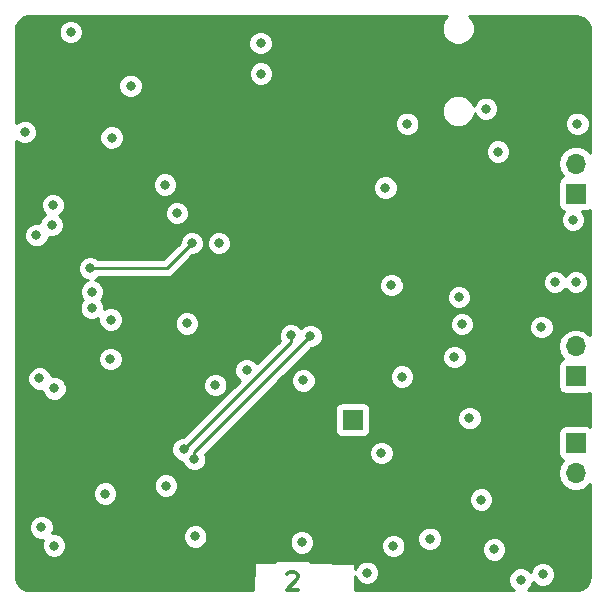
<source format=gbr>
G04 #@! TF.GenerationSoftware,KiCad,Pcbnew,(5.0.0)*
G04 #@! TF.CreationDate,2019-01-07T23:24:32-05:00*
G04 #@! TF.ProjectId,Audio_Breakout,417564696F5F427265616B6F75742E6B,rev?*
G04 #@! TF.SameCoordinates,Original*
G04 #@! TF.FileFunction,Copper,L2,Inr,Signal*
G04 #@! TF.FilePolarity,Positive*
%FSLAX46Y46*%
G04 Gerber Fmt 4.6, Leading zero omitted, Abs format (unit mm)*
G04 Created by KiCad (PCBNEW (5.0.0)) date 01/07/19 23:24:32*
%MOMM*%
%LPD*%
G01*
G04 APERTURE LIST*
G04 #@! TA.AperFunction,NonConductor*
%ADD10C,0.300000*%
G04 #@! TD*
G04 #@! TA.AperFunction,ViaPad*
%ADD11O,1.700000X1.700000*%
G04 #@! TD*
G04 #@! TA.AperFunction,ViaPad*
%ADD12R,1.700000X1.700000*%
G04 #@! TD*
G04 #@! TA.AperFunction,ViaPad*
%ADD13C,0.800000*%
G04 #@! TD*
G04 #@! TA.AperFunction,Conductor*
%ADD14C,0.250000*%
G04 #@! TD*
G04 #@! TA.AperFunction,Conductor*
%ADD15C,0.254000*%
G04 #@! TD*
G04 APERTURE END LIST*
D10*
X123658048Y-147868248D02*
X123729477Y-147796820D01*
X123872334Y-147725391D01*
X124229477Y-147725391D01*
X124372334Y-147796820D01*
X124443762Y-147868248D01*
X124515191Y-148011105D01*
X124515191Y-148153962D01*
X124443762Y-148368248D01*
X123586620Y-149225391D01*
X124515191Y-149225391D01*
D11*
G04 #@! TO.N,AGND*
G04 #@! TO.C,J6*
X148082000Y-113157000D03*
D12*
G04 #@! TO.N,Net-(J6-Pad1)*
X148082000Y-115697000D03*
G04 #@! TD*
D11*
G04 #@! TO.N,AUD_OUT-*
G04 #@! TO.C,J7*
X148069300Y-128612900D03*
D12*
G04 #@! TO.N,AUD_OUT+*
X148069300Y-131152900D03*
G04 #@! TD*
D11*
G04 #@! TO.N,AUD_OUT-*
G04 #@! TO.C,J8*
X148061680Y-139354560D03*
D12*
G04 #@! TO.N,AUD_OUT+*
X148061680Y-136814560D03*
G04 #@! TD*
G04 #@! TO.N,Net-(C7-Pad2)*
G04 #@! TO.C,J9*
X129171700Y-134835900D03*
G04 #@! TD*
D13*
G04 #@! TO.N,AGND*
X103891080Y-145496280D03*
X103926640Y-132184140D03*
X108775500Y-110949740D03*
X124879100Y-145224500D03*
X135694420Y-144924780D03*
X145280380Y-147929600D03*
X140055600Y-141599920D03*
X143395700Y-148376640D03*
X139072620Y-134708900D03*
X133350000Y-131191000D03*
X137795000Y-129540000D03*
G04 #@! TO.N,3V3DC*
X101663500Y-104802940D03*
X119791480Y-106537760D03*
X117678200Y-121757440D03*
X117571520Y-123131580D03*
X118851680Y-122323860D03*
X117571520Y-124523500D03*
X118795800Y-123868180D03*
X119893080Y-128183640D03*
X131445000Y-132118100D03*
X134127240Y-143972280D03*
G04 #@! TO.N,DGND*
X102824280Y-143951960D03*
X102661720Y-131348480D03*
X102407720Y-119214900D03*
X101414580Y-110484920D03*
G04 #@! TO.N,5VDC*
X131610100Y-137657840D03*
X117546120Y-131909820D03*
X110375700Y-106573320D03*
X121381520Y-102956360D03*
G04 #@! TO.N,Net-(J1-Pad5)*
X108221780Y-141097000D03*
X108686600Y-126362460D03*
X108668820Y-129697480D03*
X115140740Y-126695200D03*
G04 #@! TO.N,MIC_1*
X107091480Y-125366780D03*
G04 #@! TO.N,MIC_0*
X107121960Y-124007880D03*
G04 #@! TO.N,GPIO1_2*
X106946700Y-122011440D03*
G04 #@! TO.N,GPIO1_9*
X103698040Y-118358920D03*
X130393440Y-147797520D03*
G04 #@! TO.N,GPIO1_4*
X105313480Y-102011480D03*
X103802180Y-116652040D03*
G04 #@! TO.N,AGND*
X138430000Y-126746000D03*
X132461000Y-123444000D03*
X131953000Y-115189000D03*
X121412000Y-105537000D03*
X147828000Y-117919500D03*
X148209000Y-109791500D03*
G04 #@! TO.N,3V3DC*
X124333000Y-123444000D03*
X122682000Y-119380000D03*
X145923000Y-109664500D03*
G04 #@! TO.N,MIC_1*
X114300000Y-117348000D03*
G04 #@! TO.N,MIC_0*
X113284000Y-114935000D03*
G04 #@! TO.N,AGND*
X133794500Y-109791500D03*
G04 #@! TO.N,HP_0*
X115760500Y-138176000D03*
X125603000Y-127762000D03*
X141478000Y-112141000D03*
G04 #@! TO.N,HP_1*
X114871500Y-137350500D03*
X123952000Y-127698500D03*
X140462000Y-108521500D03*
G04 #@! TO.N,GPIO1_2*
X115570000Y-119888000D03*
X117856000Y-119888000D03*
X138176000Y-124460000D03*
G04 #@! TO.N,AUD_OUT+*
X146304000Y-123190000D03*
G04 #@! TO.N,AUD_OUT-*
X148082000Y-123190000D03*
X145161000Y-127000000D03*
G04 #@! TO.N,ON_MONO2*
X132618480Y-145524220D03*
X120192800Y-130667760D03*
G04 #@! TO.N,Net-(R5-Pad1)*
X113360200Y-140416280D03*
X115854480Y-144729200D03*
G04 #@! TO.N,Mono2*
X125008640Y-131521200D03*
X141155420Y-145818860D03*
G04 #@! TD*
D14*
G04 #@! TO.N,HP_0*
X115760500Y-138176000D02*
X115760500Y-137604500D01*
X115760500Y-137604500D02*
X125603000Y-127762000D01*
G04 #@! TO.N,HP_1*
X114871500Y-137350500D02*
X123952000Y-128270000D01*
X123952000Y-128270000D02*
X123952000Y-127698500D01*
G04 #@! TO.N,GPIO1_2*
X113446560Y-122011440D02*
X115570000Y-119888000D01*
X106946700Y-122011440D02*
X113446560Y-122011440D01*
G04 #@! TD*
D15*
G04 #@! TO.N,3V3DC*
G36*
X101781612Y-100684000D02*
X137184313Y-100684000D01*
X136938353Y-100929960D01*
X136727500Y-101439006D01*
X136727500Y-101989994D01*
X136938353Y-102499040D01*
X137327960Y-102888647D01*
X137837006Y-103099500D01*
X138387994Y-103099500D01*
X138897040Y-102888647D01*
X139286647Y-102499040D01*
X139497500Y-101989994D01*
X139497500Y-101439006D01*
X139286647Y-100929960D01*
X139040687Y-100684000D01*
X148154388Y-100684000D01*
X148175987Y-100679704D01*
X148415364Y-100713985D01*
X148721928Y-100853372D01*
X148977050Y-101073199D01*
X149160218Y-101355792D01*
X149263743Y-101701959D01*
X149264859Y-101716969D01*
X149252000Y-101781613D01*
X149252000Y-112235101D01*
X149152625Y-112086375D01*
X148661418Y-111758161D01*
X148228256Y-111672000D01*
X147935744Y-111672000D01*
X147502582Y-111758161D01*
X147011375Y-112086375D01*
X146683161Y-112577582D01*
X146567908Y-113157000D01*
X146683161Y-113736418D01*
X147011375Y-114227625D01*
X147029619Y-114239816D01*
X146984235Y-114248843D01*
X146774191Y-114389191D01*
X146633843Y-114599235D01*
X146584560Y-114847000D01*
X146584560Y-116547000D01*
X146633843Y-116794765D01*
X146774191Y-117004809D01*
X146984235Y-117145157D01*
X147113016Y-117170773D01*
X146950569Y-117333220D01*
X146793000Y-117713626D01*
X146793000Y-118125374D01*
X146950569Y-118505780D01*
X147241720Y-118796931D01*
X147622126Y-118954500D01*
X148033874Y-118954500D01*
X148414280Y-118796931D01*
X148705431Y-118505780D01*
X148863000Y-118125374D01*
X148863000Y-117713626D01*
X148705431Y-117333220D01*
X148566651Y-117194440D01*
X148932000Y-117194440D01*
X149179765Y-117145157D01*
X149252000Y-117096891D01*
X149252001Y-127710008D01*
X149139925Y-127542275D01*
X148648718Y-127214061D01*
X148215556Y-127127900D01*
X147923044Y-127127900D01*
X147489882Y-127214061D01*
X146998675Y-127542275D01*
X146670461Y-128033482D01*
X146555208Y-128612900D01*
X146670461Y-129192318D01*
X146998675Y-129683525D01*
X147016919Y-129695716D01*
X146971535Y-129704743D01*
X146761491Y-129845091D01*
X146621143Y-130055135D01*
X146571860Y-130302900D01*
X146571860Y-132002900D01*
X146621143Y-132250665D01*
X146761491Y-132460709D01*
X146971535Y-132601057D01*
X147219300Y-132650340D01*
X148919300Y-132650340D01*
X149167065Y-132601057D01*
X149252001Y-132544304D01*
X149252001Y-135428247D01*
X149159445Y-135366403D01*
X148911680Y-135317120D01*
X147211680Y-135317120D01*
X146963915Y-135366403D01*
X146753871Y-135506751D01*
X146613523Y-135716795D01*
X146564240Y-135964560D01*
X146564240Y-137664560D01*
X146613523Y-137912325D01*
X146753871Y-138122369D01*
X146963915Y-138262717D01*
X147009299Y-138271744D01*
X146991055Y-138283935D01*
X146662841Y-138775142D01*
X146547588Y-139354560D01*
X146662841Y-139933978D01*
X146991055Y-140425185D01*
X147482262Y-140753399D01*
X147915424Y-140839560D01*
X148207936Y-140839560D01*
X148641098Y-140753399D01*
X149132305Y-140425185D01*
X149252001Y-140246048D01*
X149252001Y-148154388D01*
X149256297Y-148175984D01*
X149222015Y-148415364D01*
X149082628Y-148721928D01*
X148862804Y-148977047D01*
X148580207Y-149160218D01*
X148234043Y-149263743D01*
X148219032Y-149264858D01*
X148154388Y-149252000D01*
X143984051Y-149252000D01*
X144273131Y-148962920D01*
X144430700Y-148582514D01*
X144430700Y-148543631D01*
X144694100Y-148807031D01*
X145074506Y-148964600D01*
X145486254Y-148964600D01*
X145866660Y-148807031D01*
X146157811Y-148515880D01*
X146315380Y-148135474D01*
X146315380Y-147723726D01*
X146157811Y-147343320D01*
X145866660Y-147052169D01*
X145486254Y-146894600D01*
X145074506Y-146894600D01*
X144694100Y-147052169D01*
X144402949Y-147343320D01*
X144245380Y-147723726D01*
X144245380Y-147762609D01*
X143981980Y-147499209D01*
X143601574Y-147341640D01*
X143189826Y-147341640D01*
X142809420Y-147499209D01*
X142518269Y-147790360D01*
X142360700Y-148170766D01*
X142360700Y-148582514D01*
X142518269Y-148962920D01*
X142807349Y-149252000D01*
X129368438Y-149252000D01*
X129386949Y-148072220D01*
X129516009Y-148383800D01*
X129807160Y-148674951D01*
X130187566Y-148832520D01*
X130599314Y-148832520D01*
X130979720Y-148674951D01*
X131270871Y-148383800D01*
X131428440Y-148003394D01*
X131428440Y-147591646D01*
X131270871Y-147211240D01*
X130979720Y-146920089D01*
X130599314Y-146762520D01*
X130187566Y-146762520D01*
X129807160Y-146920089D01*
X129516009Y-147211240D01*
X129395908Y-147501191D01*
X129402824Y-147060372D01*
X129393452Y-147010460D01*
X129366161Y-146969099D01*
X129325120Y-146941331D01*
X129276576Y-146931382D01*
X125585906Y-146910003D01*
X125585906Y-146756820D01*
X122587335Y-146756820D01*
X122587335Y-146892633D01*
X120945376Y-146883122D01*
X120899784Y-146891305D01*
X120857730Y-146917516D01*
X120828907Y-146957824D01*
X120817704Y-147006094D01*
X120746465Y-149252000D01*
X101781612Y-149252000D01*
X101760013Y-149256296D01*
X101520636Y-149222015D01*
X101214072Y-149082628D01*
X100958953Y-148862804D01*
X100775782Y-148580207D01*
X100672257Y-148234043D01*
X100671142Y-148219032D01*
X100684000Y-148154388D01*
X100684000Y-143746086D01*
X101789280Y-143746086D01*
X101789280Y-144157834D01*
X101946849Y-144538240D01*
X102238000Y-144829391D01*
X102618406Y-144986960D01*
X102981771Y-144986960D01*
X102856080Y-145290406D01*
X102856080Y-145702154D01*
X103013649Y-146082560D01*
X103304800Y-146373711D01*
X103685206Y-146531280D01*
X104096954Y-146531280D01*
X104477360Y-146373711D01*
X104768511Y-146082560D01*
X104926080Y-145702154D01*
X104926080Y-145290406D01*
X104768511Y-144910000D01*
X104477360Y-144618849D01*
X104246747Y-144523326D01*
X114819480Y-144523326D01*
X114819480Y-144935074D01*
X114977049Y-145315480D01*
X115268200Y-145606631D01*
X115648606Y-145764200D01*
X116060354Y-145764200D01*
X116440760Y-145606631D01*
X116731911Y-145315480D01*
X116854871Y-145018626D01*
X123844100Y-145018626D01*
X123844100Y-145430374D01*
X124001669Y-145810780D01*
X124292820Y-146101931D01*
X124673226Y-146259500D01*
X125084974Y-146259500D01*
X125465380Y-146101931D01*
X125756531Y-145810780D01*
X125914100Y-145430374D01*
X125914100Y-145318346D01*
X131583480Y-145318346D01*
X131583480Y-145730094D01*
X131741049Y-146110500D01*
X132032200Y-146401651D01*
X132412606Y-146559220D01*
X132824354Y-146559220D01*
X133204760Y-146401651D01*
X133495911Y-146110500D01*
X133653480Y-145730094D01*
X133653480Y-145318346D01*
X133495911Y-144937940D01*
X133276877Y-144718906D01*
X134659420Y-144718906D01*
X134659420Y-145130654D01*
X134816989Y-145511060D01*
X135108140Y-145802211D01*
X135488546Y-145959780D01*
X135900294Y-145959780D01*
X136280700Y-145802211D01*
X136469925Y-145612986D01*
X140120420Y-145612986D01*
X140120420Y-146024734D01*
X140277989Y-146405140D01*
X140569140Y-146696291D01*
X140949546Y-146853860D01*
X141361294Y-146853860D01*
X141741700Y-146696291D01*
X142032851Y-146405140D01*
X142190420Y-146024734D01*
X142190420Y-145612986D01*
X142032851Y-145232580D01*
X141741700Y-144941429D01*
X141361294Y-144783860D01*
X140949546Y-144783860D01*
X140569140Y-144941429D01*
X140277989Y-145232580D01*
X140120420Y-145612986D01*
X136469925Y-145612986D01*
X136571851Y-145511060D01*
X136729420Y-145130654D01*
X136729420Y-144718906D01*
X136571851Y-144338500D01*
X136280700Y-144047349D01*
X135900294Y-143889780D01*
X135488546Y-143889780D01*
X135108140Y-144047349D01*
X134816989Y-144338500D01*
X134659420Y-144718906D01*
X133276877Y-144718906D01*
X133204760Y-144646789D01*
X132824354Y-144489220D01*
X132412606Y-144489220D01*
X132032200Y-144646789D01*
X131741049Y-144937940D01*
X131583480Y-145318346D01*
X125914100Y-145318346D01*
X125914100Y-145018626D01*
X125756531Y-144638220D01*
X125465380Y-144347069D01*
X125084974Y-144189500D01*
X124673226Y-144189500D01*
X124292820Y-144347069D01*
X124001669Y-144638220D01*
X123844100Y-145018626D01*
X116854871Y-145018626D01*
X116889480Y-144935074D01*
X116889480Y-144523326D01*
X116731911Y-144142920D01*
X116440760Y-143851769D01*
X116060354Y-143694200D01*
X115648606Y-143694200D01*
X115268200Y-143851769D01*
X114977049Y-144142920D01*
X114819480Y-144523326D01*
X104246747Y-144523326D01*
X104096954Y-144461280D01*
X103733589Y-144461280D01*
X103859280Y-144157834D01*
X103859280Y-143746086D01*
X103701711Y-143365680D01*
X103410560Y-143074529D01*
X103030154Y-142916960D01*
X102618406Y-142916960D01*
X102238000Y-143074529D01*
X101946849Y-143365680D01*
X101789280Y-143746086D01*
X100684000Y-143746086D01*
X100684000Y-140891126D01*
X107186780Y-140891126D01*
X107186780Y-141302874D01*
X107344349Y-141683280D01*
X107635500Y-141974431D01*
X108015906Y-142132000D01*
X108427654Y-142132000D01*
X108808060Y-141974431D01*
X109099211Y-141683280D01*
X109256780Y-141302874D01*
X109256780Y-140891126D01*
X109099211Y-140510720D01*
X108808060Y-140219569D01*
X108785939Y-140210406D01*
X112325200Y-140210406D01*
X112325200Y-140622154D01*
X112482769Y-141002560D01*
X112773920Y-141293711D01*
X113154326Y-141451280D01*
X113566074Y-141451280D01*
X113704249Y-141394046D01*
X139020600Y-141394046D01*
X139020600Y-141805794D01*
X139178169Y-142186200D01*
X139469320Y-142477351D01*
X139849726Y-142634920D01*
X140261474Y-142634920D01*
X140641880Y-142477351D01*
X140933031Y-142186200D01*
X141090600Y-141805794D01*
X141090600Y-141394046D01*
X140933031Y-141013640D01*
X140641880Y-140722489D01*
X140261474Y-140564920D01*
X139849726Y-140564920D01*
X139469320Y-140722489D01*
X139178169Y-141013640D01*
X139020600Y-141394046D01*
X113704249Y-141394046D01*
X113946480Y-141293711D01*
X114237631Y-141002560D01*
X114395200Y-140622154D01*
X114395200Y-140210406D01*
X114237631Y-139830000D01*
X113946480Y-139538849D01*
X113566074Y-139381280D01*
X113154326Y-139381280D01*
X112773920Y-139538849D01*
X112482769Y-139830000D01*
X112325200Y-140210406D01*
X108785939Y-140210406D01*
X108427654Y-140062000D01*
X108015906Y-140062000D01*
X107635500Y-140219569D01*
X107344349Y-140510720D01*
X107186780Y-140891126D01*
X100684000Y-140891126D01*
X100684000Y-137144626D01*
X113836500Y-137144626D01*
X113836500Y-137556374D01*
X113994069Y-137936780D01*
X114285220Y-138227931D01*
X114665626Y-138385500D01*
X114727002Y-138385500D01*
X114883069Y-138762280D01*
X115174220Y-139053431D01*
X115554626Y-139211000D01*
X115966374Y-139211000D01*
X116346780Y-139053431D01*
X116637931Y-138762280D01*
X116795500Y-138381874D01*
X116795500Y-137970126D01*
X116700068Y-137739733D01*
X116987835Y-137451966D01*
X130575100Y-137451966D01*
X130575100Y-137863714D01*
X130732669Y-138244120D01*
X131023820Y-138535271D01*
X131404226Y-138692840D01*
X131815974Y-138692840D01*
X132196380Y-138535271D01*
X132487531Y-138244120D01*
X132645100Y-137863714D01*
X132645100Y-137451966D01*
X132487531Y-137071560D01*
X132196380Y-136780409D01*
X131815974Y-136622840D01*
X131404226Y-136622840D01*
X131023820Y-136780409D01*
X130732669Y-137071560D01*
X130575100Y-137451966D01*
X116987835Y-137451966D01*
X120453901Y-133985900D01*
X127674260Y-133985900D01*
X127674260Y-135685900D01*
X127723543Y-135933665D01*
X127863891Y-136143709D01*
X128073935Y-136284057D01*
X128321700Y-136333340D01*
X130021700Y-136333340D01*
X130269465Y-136284057D01*
X130479509Y-136143709D01*
X130619857Y-135933665D01*
X130669140Y-135685900D01*
X130669140Y-134503026D01*
X138037620Y-134503026D01*
X138037620Y-134914774D01*
X138195189Y-135295180D01*
X138486340Y-135586331D01*
X138866746Y-135743900D01*
X139278494Y-135743900D01*
X139658900Y-135586331D01*
X139950051Y-135295180D01*
X140107620Y-134914774D01*
X140107620Y-134503026D01*
X139950051Y-134122620D01*
X139658900Y-133831469D01*
X139278494Y-133673900D01*
X138866746Y-133673900D01*
X138486340Y-133831469D01*
X138195189Y-134122620D01*
X138037620Y-134503026D01*
X130669140Y-134503026D01*
X130669140Y-133985900D01*
X130619857Y-133738135D01*
X130479509Y-133528091D01*
X130269465Y-133387743D01*
X130021700Y-133338460D01*
X128321700Y-133338460D01*
X128073935Y-133387743D01*
X127863891Y-133528091D01*
X127723543Y-133738135D01*
X127674260Y-133985900D01*
X120453901Y-133985900D01*
X123124475Y-131315326D01*
X123973640Y-131315326D01*
X123973640Y-131727074D01*
X124131209Y-132107480D01*
X124422360Y-132398631D01*
X124802766Y-132556200D01*
X125214514Y-132556200D01*
X125594920Y-132398631D01*
X125886071Y-132107480D01*
X126043640Y-131727074D01*
X126043640Y-131315326D01*
X125906867Y-130985126D01*
X132315000Y-130985126D01*
X132315000Y-131396874D01*
X132472569Y-131777280D01*
X132763720Y-132068431D01*
X133144126Y-132226000D01*
X133555874Y-132226000D01*
X133936280Y-132068431D01*
X134227431Y-131777280D01*
X134385000Y-131396874D01*
X134385000Y-130985126D01*
X134227431Y-130604720D01*
X133936280Y-130313569D01*
X133555874Y-130156000D01*
X133144126Y-130156000D01*
X132763720Y-130313569D01*
X132472569Y-130604720D01*
X132315000Y-130985126D01*
X125906867Y-130985126D01*
X125886071Y-130934920D01*
X125594920Y-130643769D01*
X125214514Y-130486200D01*
X124802766Y-130486200D01*
X124422360Y-130643769D01*
X124131209Y-130934920D01*
X123973640Y-131315326D01*
X123124475Y-131315326D01*
X125105675Y-129334126D01*
X136760000Y-129334126D01*
X136760000Y-129745874D01*
X136917569Y-130126280D01*
X137208720Y-130417431D01*
X137589126Y-130575000D01*
X138000874Y-130575000D01*
X138381280Y-130417431D01*
X138672431Y-130126280D01*
X138830000Y-129745874D01*
X138830000Y-129334126D01*
X138672431Y-128953720D01*
X138381280Y-128662569D01*
X138000874Y-128505000D01*
X137589126Y-128505000D01*
X137208720Y-128662569D01*
X136917569Y-128953720D01*
X136760000Y-129334126D01*
X125105675Y-129334126D01*
X125642802Y-128797000D01*
X125808874Y-128797000D01*
X126189280Y-128639431D01*
X126480431Y-128348280D01*
X126638000Y-127967874D01*
X126638000Y-127556126D01*
X126480431Y-127175720D01*
X126189280Y-126884569D01*
X125808874Y-126727000D01*
X125397126Y-126727000D01*
X125016720Y-126884569D01*
X124809250Y-127092039D01*
X124538280Y-126821069D01*
X124157874Y-126663500D01*
X123746126Y-126663500D01*
X123365720Y-126821069D01*
X123074569Y-127112220D01*
X122917000Y-127492626D01*
X122917000Y-127904374D01*
X123012432Y-128134767D01*
X121067975Y-130079224D01*
X120779080Y-129790329D01*
X120398674Y-129632760D01*
X119986926Y-129632760D01*
X119606520Y-129790329D01*
X119315369Y-130081480D01*
X119157800Y-130461886D01*
X119157800Y-130873634D01*
X119315369Y-131254040D01*
X119604264Y-131542935D01*
X114831699Y-136315500D01*
X114665626Y-136315500D01*
X114285220Y-136473069D01*
X113994069Y-136764220D01*
X113836500Y-137144626D01*
X100684000Y-137144626D01*
X100684000Y-131142606D01*
X101626720Y-131142606D01*
X101626720Y-131554354D01*
X101784289Y-131934760D01*
X102075440Y-132225911D01*
X102455846Y-132383480D01*
X102867594Y-132383480D01*
X102891640Y-132373520D01*
X102891640Y-132390014D01*
X103049209Y-132770420D01*
X103340360Y-133061571D01*
X103720766Y-133219140D01*
X104132514Y-133219140D01*
X104512920Y-133061571D01*
X104804071Y-132770420D01*
X104961640Y-132390014D01*
X104961640Y-131978266D01*
X104848014Y-131703946D01*
X116511120Y-131703946D01*
X116511120Y-132115694D01*
X116668689Y-132496100D01*
X116959840Y-132787251D01*
X117340246Y-132944820D01*
X117751994Y-132944820D01*
X118132400Y-132787251D01*
X118423551Y-132496100D01*
X118581120Y-132115694D01*
X118581120Y-131703946D01*
X118423551Y-131323540D01*
X118132400Y-131032389D01*
X117751994Y-130874820D01*
X117340246Y-130874820D01*
X116959840Y-131032389D01*
X116668689Y-131323540D01*
X116511120Y-131703946D01*
X104848014Y-131703946D01*
X104804071Y-131597860D01*
X104512920Y-131306709D01*
X104132514Y-131149140D01*
X103720766Y-131149140D01*
X103696720Y-131159100D01*
X103696720Y-131142606D01*
X103539151Y-130762200D01*
X103248000Y-130471049D01*
X102867594Y-130313480D01*
X102455846Y-130313480D01*
X102075440Y-130471049D01*
X101784289Y-130762200D01*
X101626720Y-131142606D01*
X100684000Y-131142606D01*
X100684000Y-129491606D01*
X107633820Y-129491606D01*
X107633820Y-129903354D01*
X107791389Y-130283760D01*
X108082540Y-130574911D01*
X108462946Y-130732480D01*
X108874694Y-130732480D01*
X109255100Y-130574911D01*
X109546251Y-130283760D01*
X109703820Y-129903354D01*
X109703820Y-129491606D01*
X109546251Y-129111200D01*
X109255100Y-128820049D01*
X108874694Y-128662480D01*
X108462946Y-128662480D01*
X108082540Y-128820049D01*
X107791389Y-129111200D01*
X107633820Y-129491606D01*
X100684000Y-129491606D01*
X100684000Y-121805566D01*
X105911700Y-121805566D01*
X105911700Y-122217314D01*
X106069269Y-122597720D01*
X106360420Y-122888871D01*
X106739661Y-123045957D01*
X106535680Y-123130449D01*
X106244529Y-123421600D01*
X106086960Y-123802006D01*
X106086960Y-124213754D01*
X106244529Y-124594160D01*
X106322459Y-124672090D01*
X106214049Y-124780500D01*
X106056480Y-125160906D01*
X106056480Y-125572654D01*
X106214049Y-125953060D01*
X106505200Y-126244211D01*
X106885606Y-126401780D01*
X107297354Y-126401780D01*
X107651600Y-126255047D01*
X107651600Y-126568334D01*
X107809169Y-126948740D01*
X108100320Y-127239891D01*
X108480726Y-127397460D01*
X108892474Y-127397460D01*
X109272880Y-127239891D01*
X109564031Y-126948740D01*
X109721600Y-126568334D01*
X109721600Y-126489326D01*
X114105740Y-126489326D01*
X114105740Y-126901074D01*
X114263309Y-127281480D01*
X114554460Y-127572631D01*
X114934866Y-127730200D01*
X115346614Y-127730200D01*
X115727020Y-127572631D01*
X116018171Y-127281480D01*
X116175740Y-126901074D01*
X116175740Y-126540126D01*
X137395000Y-126540126D01*
X137395000Y-126951874D01*
X137552569Y-127332280D01*
X137843720Y-127623431D01*
X138224126Y-127781000D01*
X138635874Y-127781000D01*
X139016280Y-127623431D01*
X139307431Y-127332280D01*
X139465000Y-126951874D01*
X139465000Y-126794126D01*
X144126000Y-126794126D01*
X144126000Y-127205874D01*
X144283569Y-127586280D01*
X144574720Y-127877431D01*
X144955126Y-128035000D01*
X145366874Y-128035000D01*
X145747280Y-127877431D01*
X146038431Y-127586280D01*
X146196000Y-127205874D01*
X146196000Y-126794126D01*
X146038431Y-126413720D01*
X145747280Y-126122569D01*
X145366874Y-125965000D01*
X144955126Y-125965000D01*
X144574720Y-126122569D01*
X144283569Y-126413720D01*
X144126000Y-126794126D01*
X139465000Y-126794126D01*
X139465000Y-126540126D01*
X139307431Y-126159720D01*
X139016280Y-125868569D01*
X138635874Y-125711000D01*
X138224126Y-125711000D01*
X137843720Y-125868569D01*
X137552569Y-126159720D01*
X137395000Y-126540126D01*
X116175740Y-126540126D01*
X116175740Y-126489326D01*
X116018171Y-126108920D01*
X115727020Y-125817769D01*
X115346614Y-125660200D01*
X114934866Y-125660200D01*
X114554460Y-125817769D01*
X114263309Y-126108920D01*
X114105740Y-126489326D01*
X109721600Y-126489326D01*
X109721600Y-126156586D01*
X109564031Y-125776180D01*
X109272880Y-125485029D01*
X108892474Y-125327460D01*
X108480726Y-125327460D01*
X108126480Y-125474193D01*
X108126480Y-125160906D01*
X107968911Y-124780500D01*
X107890981Y-124702570D01*
X107999391Y-124594160D01*
X108156960Y-124213754D01*
X108156960Y-123802006D01*
X107999391Y-123421600D01*
X107815917Y-123238126D01*
X131426000Y-123238126D01*
X131426000Y-123649874D01*
X131583569Y-124030280D01*
X131874720Y-124321431D01*
X132255126Y-124479000D01*
X132666874Y-124479000D01*
X133047280Y-124321431D01*
X133114585Y-124254126D01*
X137141000Y-124254126D01*
X137141000Y-124665874D01*
X137298569Y-125046280D01*
X137589720Y-125337431D01*
X137970126Y-125495000D01*
X138381874Y-125495000D01*
X138762280Y-125337431D01*
X139053431Y-125046280D01*
X139211000Y-124665874D01*
X139211000Y-124254126D01*
X139053431Y-123873720D01*
X138762280Y-123582569D01*
X138381874Y-123425000D01*
X137970126Y-123425000D01*
X137589720Y-123582569D01*
X137298569Y-123873720D01*
X137141000Y-124254126D01*
X133114585Y-124254126D01*
X133338431Y-124030280D01*
X133496000Y-123649874D01*
X133496000Y-123238126D01*
X133390790Y-122984126D01*
X145269000Y-122984126D01*
X145269000Y-123395874D01*
X145426569Y-123776280D01*
X145717720Y-124067431D01*
X146098126Y-124225000D01*
X146509874Y-124225000D01*
X146890280Y-124067431D01*
X147181431Y-123776280D01*
X147193000Y-123748350D01*
X147204569Y-123776280D01*
X147495720Y-124067431D01*
X147876126Y-124225000D01*
X148287874Y-124225000D01*
X148668280Y-124067431D01*
X148959431Y-123776280D01*
X149117000Y-123395874D01*
X149117000Y-122984126D01*
X148959431Y-122603720D01*
X148668280Y-122312569D01*
X148287874Y-122155000D01*
X147876126Y-122155000D01*
X147495720Y-122312569D01*
X147204569Y-122603720D01*
X147193000Y-122631650D01*
X147181431Y-122603720D01*
X146890280Y-122312569D01*
X146509874Y-122155000D01*
X146098126Y-122155000D01*
X145717720Y-122312569D01*
X145426569Y-122603720D01*
X145269000Y-122984126D01*
X133390790Y-122984126D01*
X133338431Y-122857720D01*
X133047280Y-122566569D01*
X132666874Y-122409000D01*
X132255126Y-122409000D01*
X131874720Y-122566569D01*
X131583569Y-122857720D01*
X131426000Y-123238126D01*
X107815917Y-123238126D01*
X107708240Y-123130449D01*
X107328999Y-122973363D01*
X107532980Y-122888871D01*
X107650411Y-122771440D01*
X113371713Y-122771440D01*
X113446560Y-122786328D01*
X113521407Y-122771440D01*
X113521412Y-122771440D01*
X113743097Y-122727344D01*
X113994489Y-122559369D01*
X114036891Y-122495910D01*
X115609802Y-120923000D01*
X115775874Y-120923000D01*
X116156280Y-120765431D01*
X116447431Y-120474280D01*
X116605000Y-120093874D01*
X116605000Y-119682126D01*
X116821000Y-119682126D01*
X116821000Y-120093874D01*
X116978569Y-120474280D01*
X117269720Y-120765431D01*
X117650126Y-120923000D01*
X118061874Y-120923000D01*
X118442280Y-120765431D01*
X118733431Y-120474280D01*
X118891000Y-120093874D01*
X118891000Y-119682126D01*
X118733431Y-119301720D01*
X118442280Y-119010569D01*
X118061874Y-118853000D01*
X117650126Y-118853000D01*
X117269720Y-119010569D01*
X116978569Y-119301720D01*
X116821000Y-119682126D01*
X116605000Y-119682126D01*
X116447431Y-119301720D01*
X116156280Y-119010569D01*
X115775874Y-118853000D01*
X115364126Y-118853000D01*
X114983720Y-119010569D01*
X114692569Y-119301720D01*
X114535000Y-119682126D01*
X114535000Y-119848198D01*
X113131759Y-121251440D01*
X107650411Y-121251440D01*
X107532980Y-121134009D01*
X107152574Y-120976440D01*
X106740826Y-120976440D01*
X106360420Y-121134009D01*
X106069269Y-121425160D01*
X105911700Y-121805566D01*
X100684000Y-121805566D01*
X100684000Y-119009026D01*
X101372720Y-119009026D01*
X101372720Y-119420774D01*
X101530289Y-119801180D01*
X101821440Y-120092331D01*
X102201846Y-120249900D01*
X102613594Y-120249900D01*
X102994000Y-120092331D01*
X103285151Y-119801180D01*
X103442720Y-119420774D01*
X103442720Y-119373439D01*
X103492166Y-119393920D01*
X103903914Y-119393920D01*
X104284320Y-119236351D01*
X104575471Y-118945200D01*
X104733040Y-118564794D01*
X104733040Y-118153046D01*
X104575471Y-117772640D01*
X104348750Y-117545919D01*
X104388460Y-117529471D01*
X104679611Y-117238320D01*
X104719455Y-117142126D01*
X113265000Y-117142126D01*
X113265000Y-117553874D01*
X113422569Y-117934280D01*
X113713720Y-118225431D01*
X114094126Y-118383000D01*
X114505874Y-118383000D01*
X114886280Y-118225431D01*
X115177431Y-117934280D01*
X115335000Y-117553874D01*
X115335000Y-117142126D01*
X115177431Y-116761720D01*
X114886280Y-116470569D01*
X114505874Y-116313000D01*
X114094126Y-116313000D01*
X113713720Y-116470569D01*
X113422569Y-116761720D01*
X113265000Y-117142126D01*
X104719455Y-117142126D01*
X104837180Y-116857914D01*
X104837180Y-116446166D01*
X104679611Y-116065760D01*
X104388460Y-115774609D01*
X104008054Y-115617040D01*
X103596306Y-115617040D01*
X103215900Y-115774609D01*
X102924749Y-116065760D01*
X102767180Y-116446166D01*
X102767180Y-116857914D01*
X102924749Y-117238320D01*
X103151470Y-117465041D01*
X103111760Y-117481489D01*
X102820609Y-117772640D01*
X102663040Y-118153046D01*
X102663040Y-118200381D01*
X102613594Y-118179900D01*
X102201846Y-118179900D01*
X101821440Y-118337469D01*
X101530289Y-118628620D01*
X101372720Y-119009026D01*
X100684000Y-119009026D01*
X100684000Y-114729126D01*
X112249000Y-114729126D01*
X112249000Y-115140874D01*
X112406569Y-115521280D01*
X112697720Y-115812431D01*
X113078126Y-115970000D01*
X113489874Y-115970000D01*
X113870280Y-115812431D01*
X114161431Y-115521280D01*
X114319000Y-115140874D01*
X114319000Y-114983126D01*
X130918000Y-114983126D01*
X130918000Y-115394874D01*
X131075569Y-115775280D01*
X131366720Y-116066431D01*
X131747126Y-116224000D01*
X132158874Y-116224000D01*
X132539280Y-116066431D01*
X132830431Y-115775280D01*
X132988000Y-115394874D01*
X132988000Y-114983126D01*
X132830431Y-114602720D01*
X132539280Y-114311569D01*
X132158874Y-114154000D01*
X131747126Y-114154000D01*
X131366720Y-114311569D01*
X131075569Y-114602720D01*
X130918000Y-114983126D01*
X114319000Y-114983126D01*
X114319000Y-114729126D01*
X114161431Y-114348720D01*
X113870280Y-114057569D01*
X113489874Y-113900000D01*
X113078126Y-113900000D01*
X112697720Y-114057569D01*
X112406569Y-114348720D01*
X112249000Y-114729126D01*
X100684000Y-114729126D01*
X100684000Y-111218051D01*
X100828300Y-111362351D01*
X101208706Y-111519920D01*
X101620454Y-111519920D01*
X102000860Y-111362351D01*
X102292011Y-111071200D01*
X102427596Y-110743866D01*
X107740500Y-110743866D01*
X107740500Y-111155614D01*
X107898069Y-111536020D01*
X108189220Y-111827171D01*
X108569626Y-111984740D01*
X108981374Y-111984740D01*
X109101153Y-111935126D01*
X140443000Y-111935126D01*
X140443000Y-112346874D01*
X140600569Y-112727280D01*
X140891720Y-113018431D01*
X141272126Y-113176000D01*
X141683874Y-113176000D01*
X142064280Y-113018431D01*
X142355431Y-112727280D01*
X142513000Y-112346874D01*
X142513000Y-111935126D01*
X142355431Y-111554720D01*
X142064280Y-111263569D01*
X141683874Y-111106000D01*
X141272126Y-111106000D01*
X140891720Y-111263569D01*
X140600569Y-111554720D01*
X140443000Y-111935126D01*
X109101153Y-111935126D01*
X109361780Y-111827171D01*
X109652931Y-111536020D01*
X109810500Y-111155614D01*
X109810500Y-110743866D01*
X109652931Y-110363460D01*
X109361780Y-110072309D01*
X108981374Y-109914740D01*
X108569626Y-109914740D01*
X108189220Y-110072309D01*
X107898069Y-110363460D01*
X107740500Y-110743866D01*
X102427596Y-110743866D01*
X102449580Y-110690794D01*
X102449580Y-110279046D01*
X102292011Y-109898640D01*
X102000860Y-109607489D01*
X101948078Y-109585626D01*
X132759500Y-109585626D01*
X132759500Y-109997374D01*
X132917069Y-110377780D01*
X133208220Y-110668931D01*
X133588626Y-110826500D01*
X134000374Y-110826500D01*
X134380780Y-110668931D01*
X134671931Y-110377780D01*
X134829500Y-109997374D01*
X134829500Y-109585626D01*
X134671931Y-109205220D01*
X134380780Y-108914069D01*
X134000374Y-108756500D01*
X133588626Y-108756500D01*
X133208220Y-108914069D01*
X132917069Y-109205220D01*
X132759500Y-109585626D01*
X101948078Y-109585626D01*
X101620454Y-109449920D01*
X101208706Y-109449920D01*
X100828300Y-109607489D01*
X100684000Y-109751789D01*
X100684000Y-108439006D01*
X136727500Y-108439006D01*
X136727500Y-108989994D01*
X136938353Y-109499040D01*
X137327960Y-109888647D01*
X137837006Y-110099500D01*
X138387994Y-110099500D01*
X138897040Y-109888647D01*
X139200061Y-109585626D01*
X147174000Y-109585626D01*
X147174000Y-109997374D01*
X147331569Y-110377780D01*
X147622720Y-110668931D01*
X148003126Y-110826500D01*
X148414874Y-110826500D01*
X148795280Y-110668931D01*
X149086431Y-110377780D01*
X149244000Y-109997374D01*
X149244000Y-109585626D01*
X149086431Y-109205220D01*
X148795280Y-108914069D01*
X148414874Y-108756500D01*
X148003126Y-108756500D01*
X147622720Y-108914069D01*
X147331569Y-109205220D01*
X147174000Y-109585626D01*
X139200061Y-109585626D01*
X139286647Y-109499040D01*
X139497500Y-108989994D01*
X139497500Y-108897576D01*
X139584569Y-109107780D01*
X139875720Y-109398931D01*
X140256126Y-109556500D01*
X140667874Y-109556500D01*
X141048280Y-109398931D01*
X141339431Y-109107780D01*
X141497000Y-108727374D01*
X141497000Y-108315626D01*
X141339431Y-107935220D01*
X141048280Y-107644069D01*
X140667874Y-107486500D01*
X140256126Y-107486500D01*
X139875720Y-107644069D01*
X139584569Y-107935220D01*
X139436697Y-108292215D01*
X139286647Y-107929960D01*
X138897040Y-107540353D01*
X138387994Y-107329500D01*
X137837006Y-107329500D01*
X137327960Y-107540353D01*
X136938353Y-107929960D01*
X136727500Y-108439006D01*
X100684000Y-108439006D01*
X100684000Y-106367446D01*
X109340700Y-106367446D01*
X109340700Y-106779194D01*
X109498269Y-107159600D01*
X109789420Y-107450751D01*
X110169826Y-107608320D01*
X110581574Y-107608320D01*
X110961980Y-107450751D01*
X111253131Y-107159600D01*
X111410700Y-106779194D01*
X111410700Y-106367446D01*
X111253131Y-105987040D01*
X110961980Y-105695889D01*
X110581574Y-105538320D01*
X110169826Y-105538320D01*
X109789420Y-105695889D01*
X109498269Y-105987040D01*
X109340700Y-106367446D01*
X100684000Y-106367446D01*
X100684000Y-105331126D01*
X120377000Y-105331126D01*
X120377000Y-105742874D01*
X120534569Y-106123280D01*
X120825720Y-106414431D01*
X121206126Y-106572000D01*
X121617874Y-106572000D01*
X121998280Y-106414431D01*
X122289431Y-106123280D01*
X122447000Y-105742874D01*
X122447000Y-105331126D01*
X122289431Y-104950720D01*
X121998280Y-104659569D01*
X121617874Y-104502000D01*
X121206126Y-104502000D01*
X120825720Y-104659569D01*
X120534569Y-104950720D01*
X120377000Y-105331126D01*
X100684000Y-105331126D01*
X100684000Y-101805606D01*
X104278480Y-101805606D01*
X104278480Y-102217354D01*
X104436049Y-102597760D01*
X104727200Y-102888911D01*
X105107606Y-103046480D01*
X105519354Y-103046480D01*
X105899760Y-102888911D01*
X106038185Y-102750486D01*
X120346520Y-102750486D01*
X120346520Y-103162234D01*
X120504089Y-103542640D01*
X120795240Y-103833791D01*
X121175646Y-103991360D01*
X121587394Y-103991360D01*
X121967800Y-103833791D01*
X122258951Y-103542640D01*
X122416520Y-103162234D01*
X122416520Y-102750486D01*
X122258951Y-102370080D01*
X121967800Y-102078929D01*
X121587394Y-101921360D01*
X121175646Y-101921360D01*
X120795240Y-102078929D01*
X120504089Y-102370080D01*
X120346520Y-102750486D01*
X106038185Y-102750486D01*
X106190911Y-102597760D01*
X106348480Y-102217354D01*
X106348480Y-101805606D01*
X106190911Y-101425200D01*
X105899760Y-101134049D01*
X105519354Y-100976480D01*
X105107606Y-100976480D01*
X104727200Y-101134049D01*
X104436049Y-101425200D01*
X104278480Y-101805606D01*
X100684000Y-101805606D01*
X100684000Y-101781612D01*
X100679704Y-101760013D01*
X100713985Y-101520636D01*
X100853372Y-101214072D01*
X101073199Y-100958950D01*
X101355792Y-100775782D01*
X101701959Y-100672257D01*
X101716968Y-100671142D01*
X101781612Y-100684000D01*
X101781612Y-100684000D01*
G37*
X101781612Y-100684000D02*
X137184313Y-100684000D01*
X136938353Y-100929960D01*
X136727500Y-101439006D01*
X136727500Y-101989994D01*
X136938353Y-102499040D01*
X137327960Y-102888647D01*
X137837006Y-103099500D01*
X138387994Y-103099500D01*
X138897040Y-102888647D01*
X139286647Y-102499040D01*
X139497500Y-101989994D01*
X139497500Y-101439006D01*
X139286647Y-100929960D01*
X139040687Y-100684000D01*
X148154388Y-100684000D01*
X148175987Y-100679704D01*
X148415364Y-100713985D01*
X148721928Y-100853372D01*
X148977050Y-101073199D01*
X149160218Y-101355792D01*
X149263743Y-101701959D01*
X149264859Y-101716969D01*
X149252000Y-101781613D01*
X149252000Y-112235101D01*
X149152625Y-112086375D01*
X148661418Y-111758161D01*
X148228256Y-111672000D01*
X147935744Y-111672000D01*
X147502582Y-111758161D01*
X147011375Y-112086375D01*
X146683161Y-112577582D01*
X146567908Y-113157000D01*
X146683161Y-113736418D01*
X147011375Y-114227625D01*
X147029619Y-114239816D01*
X146984235Y-114248843D01*
X146774191Y-114389191D01*
X146633843Y-114599235D01*
X146584560Y-114847000D01*
X146584560Y-116547000D01*
X146633843Y-116794765D01*
X146774191Y-117004809D01*
X146984235Y-117145157D01*
X147113016Y-117170773D01*
X146950569Y-117333220D01*
X146793000Y-117713626D01*
X146793000Y-118125374D01*
X146950569Y-118505780D01*
X147241720Y-118796931D01*
X147622126Y-118954500D01*
X148033874Y-118954500D01*
X148414280Y-118796931D01*
X148705431Y-118505780D01*
X148863000Y-118125374D01*
X148863000Y-117713626D01*
X148705431Y-117333220D01*
X148566651Y-117194440D01*
X148932000Y-117194440D01*
X149179765Y-117145157D01*
X149252000Y-117096891D01*
X149252001Y-127710008D01*
X149139925Y-127542275D01*
X148648718Y-127214061D01*
X148215556Y-127127900D01*
X147923044Y-127127900D01*
X147489882Y-127214061D01*
X146998675Y-127542275D01*
X146670461Y-128033482D01*
X146555208Y-128612900D01*
X146670461Y-129192318D01*
X146998675Y-129683525D01*
X147016919Y-129695716D01*
X146971535Y-129704743D01*
X146761491Y-129845091D01*
X146621143Y-130055135D01*
X146571860Y-130302900D01*
X146571860Y-132002900D01*
X146621143Y-132250665D01*
X146761491Y-132460709D01*
X146971535Y-132601057D01*
X147219300Y-132650340D01*
X148919300Y-132650340D01*
X149167065Y-132601057D01*
X149252001Y-132544304D01*
X149252001Y-135428247D01*
X149159445Y-135366403D01*
X148911680Y-135317120D01*
X147211680Y-135317120D01*
X146963915Y-135366403D01*
X146753871Y-135506751D01*
X146613523Y-135716795D01*
X146564240Y-135964560D01*
X146564240Y-137664560D01*
X146613523Y-137912325D01*
X146753871Y-138122369D01*
X146963915Y-138262717D01*
X147009299Y-138271744D01*
X146991055Y-138283935D01*
X146662841Y-138775142D01*
X146547588Y-139354560D01*
X146662841Y-139933978D01*
X146991055Y-140425185D01*
X147482262Y-140753399D01*
X147915424Y-140839560D01*
X148207936Y-140839560D01*
X148641098Y-140753399D01*
X149132305Y-140425185D01*
X149252001Y-140246048D01*
X149252001Y-148154388D01*
X149256297Y-148175984D01*
X149222015Y-148415364D01*
X149082628Y-148721928D01*
X148862804Y-148977047D01*
X148580207Y-149160218D01*
X148234043Y-149263743D01*
X148219032Y-149264858D01*
X148154388Y-149252000D01*
X143984051Y-149252000D01*
X144273131Y-148962920D01*
X144430700Y-148582514D01*
X144430700Y-148543631D01*
X144694100Y-148807031D01*
X145074506Y-148964600D01*
X145486254Y-148964600D01*
X145866660Y-148807031D01*
X146157811Y-148515880D01*
X146315380Y-148135474D01*
X146315380Y-147723726D01*
X146157811Y-147343320D01*
X145866660Y-147052169D01*
X145486254Y-146894600D01*
X145074506Y-146894600D01*
X144694100Y-147052169D01*
X144402949Y-147343320D01*
X144245380Y-147723726D01*
X144245380Y-147762609D01*
X143981980Y-147499209D01*
X143601574Y-147341640D01*
X143189826Y-147341640D01*
X142809420Y-147499209D01*
X142518269Y-147790360D01*
X142360700Y-148170766D01*
X142360700Y-148582514D01*
X142518269Y-148962920D01*
X142807349Y-149252000D01*
X129368438Y-149252000D01*
X129386949Y-148072220D01*
X129516009Y-148383800D01*
X129807160Y-148674951D01*
X130187566Y-148832520D01*
X130599314Y-148832520D01*
X130979720Y-148674951D01*
X131270871Y-148383800D01*
X131428440Y-148003394D01*
X131428440Y-147591646D01*
X131270871Y-147211240D01*
X130979720Y-146920089D01*
X130599314Y-146762520D01*
X130187566Y-146762520D01*
X129807160Y-146920089D01*
X129516009Y-147211240D01*
X129395908Y-147501191D01*
X129402824Y-147060372D01*
X129393452Y-147010460D01*
X129366161Y-146969099D01*
X129325120Y-146941331D01*
X129276576Y-146931382D01*
X125585906Y-146910003D01*
X125585906Y-146756820D01*
X122587335Y-146756820D01*
X122587335Y-146892633D01*
X120945376Y-146883122D01*
X120899784Y-146891305D01*
X120857730Y-146917516D01*
X120828907Y-146957824D01*
X120817704Y-147006094D01*
X120746465Y-149252000D01*
X101781612Y-149252000D01*
X101760013Y-149256296D01*
X101520636Y-149222015D01*
X101214072Y-149082628D01*
X100958953Y-148862804D01*
X100775782Y-148580207D01*
X100672257Y-148234043D01*
X100671142Y-148219032D01*
X100684000Y-148154388D01*
X100684000Y-143746086D01*
X101789280Y-143746086D01*
X101789280Y-144157834D01*
X101946849Y-144538240D01*
X102238000Y-144829391D01*
X102618406Y-144986960D01*
X102981771Y-144986960D01*
X102856080Y-145290406D01*
X102856080Y-145702154D01*
X103013649Y-146082560D01*
X103304800Y-146373711D01*
X103685206Y-146531280D01*
X104096954Y-146531280D01*
X104477360Y-146373711D01*
X104768511Y-146082560D01*
X104926080Y-145702154D01*
X104926080Y-145290406D01*
X104768511Y-144910000D01*
X104477360Y-144618849D01*
X104246747Y-144523326D01*
X114819480Y-144523326D01*
X114819480Y-144935074D01*
X114977049Y-145315480D01*
X115268200Y-145606631D01*
X115648606Y-145764200D01*
X116060354Y-145764200D01*
X116440760Y-145606631D01*
X116731911Y-145315480D01*
X116854871Y-145018626D01*
X123844100Y-145018626D01*
X123844100Y-145430374D01*
X124001669Y-145810780D01*
X124292820Y-146101931D01*
X124673226Y-146259500D01*
X125084974Y-146259500D01*
X125465380Y-146101931D01*
X125756531Y-145810780D01*
X125914100Y-145430374D01*
X125914100Y-145318346D01*
X131583480Y-145318346D01*
X131583480Y-145730094D01*
X131741049Y-146110500D01*
X132032200Y-146401651D01*
X132412606Y-146559220D01*
X132824354Y-146559220D01*
X133204760Y-146401651D01*
X133495911Y-146110500D01*
X133653480Y-145730094D01*
X133653480Y-145318346D01*
X133495911Y-144937940D01*
X133276877Y-144718906D01*
X134659420Y-144718906D01*
X134659420Y-145130654D01*
X134816989Y-145511060D01*
X135108140Y-145802211D01*
X135488546Y-145959780D01*
X135900294Y-145959780D01*
X136280700Y-145802211D01*
X136469925Y-145612986D01*
X140120420Y-145612986D01*
X140120420Y-146024734D01*
X140277989Y-146405140D01*
X140569140Y-146696291D01*
X140949546Y-146853860D01*
X141361294Y-146853860D01*
X141741700Y-146696291D01*
X142032851Y-146405140D01*
X142190420Y-146024734D01*
X142190420Y-145612986D01*
X142032851Y-145232580D01*
X141741700Y-144941429D01*
X141361294Y-144783860D01*
X140949546Y-144783860D01*
X140569140Y-144941429D01*
X140277989Y-145232580D01*
X140120420Y-145612986D01*
X136469925Y-145612986D01*
X136571851Y-145511060D01*
X136729420Y-145130654D01*
X136729420Y-144718906D01*
X136571851Y-144338500D01*
X136280700Y-144047349D01*
X135900294Y-143889780D01*
X135488546Y-143889780D01*
X135108140Y-144047349D01*
X134816989Y-144338500D01*
X134659420Y-144718906D01*
X133276877Y-144718906D01*
X133204760Y-144646789D01*
X132824354Y-144489220D01*
X132412606Y-144489220D01*
X132032200Y-144646789D01*
X131741049Y-144937940D01*
X131583480Y-145318346D01*
X125914100Y-145318346D01*
X125914100Y-145018626D01*
X125756531Y-144638220D01*
X125465380Y-144347069D01*
X125084974Y-144189500D01*
X124673226Y-144189500D01*
X124292820Y-144347069D01*
X124001669Y-144638220D01*
X123844100Y-145018626D01*
X116854871Y-145018626D01*
X116889480Y-144935074D01*
X116889480Y-144523326D01*
X116731911Y-144142920D01*
X116440760Y-143851769D01*
X116060354Y-143694200D01*
X115648606Y-143694200D01*
X115268200Y-143851769D01*
X114977049Y-144142920D01*
X114819480Y-144523326D01*
X104246747Y-144523326D01*
X104096954Y-144461280D01*
X103733589Y-144461280D01*
X103859280Y-144157834D01*
X103859280Y-143746086D01*
X103701711Y-143365680D01*
X103410560Y-143074529D01*
X103030154Y-142916960D01*
X102618406Y-142916960D01*
X102238000Y-143074529D01*
X101946849Y-143365680D01*
X101789280Y-143746086D01*
X100684000Y-143746086D01*
X100684000Y-140891126D01*
X107186780Y-140891126D01*
X107186780Y-141302874D01*
X107344349Y-141683280D01*
X107635500Y-141974431D01*
X108015906Y-142132000D01*
X108427654Y-142132000D01*
X108808060Y-141974431D01*
X109099211Y-141683280D01*
X109256780Y-141302874D01*
X109256780Y-140891126D01*
X109099211Y-140510720D01*
X108808060Y-140219569D01*
X108785939Y-140210406D01*
X112325200Y-140210406D01*
X112325200Y-140622154D01*
X112482769Y-141002560D01*
X112773920Y-141293711D01*
X113154326Y-141451280D01*
X113566074Y-141451280D01*
X113704249Y-141394046D01*
X139020600Y-141394046D01*
X139020600Y-141805794D01*
X139178169Y-142186200D01*
X139469320Y-142477351D01*
X139849726Y-142634920D01*
X140261474Y-142634920D01*
X140641880Y-142477351D01*
X140933031Y-142186200D01*
X141090600Y-141805794D01*
X141090600Y-141394046D01*
X140933031Y-141013640D01*
X140641880Y-140722489D01*
X140261474Y-140564920D01*
X139849726Y-140564920D01*
X139469320Y-140722489D01*
X139178169Y-141013640D01*
X139020600Y-141394046D01*
X113704249Y-141394046D01*
X113946480Y-141293711D01*
X114237631Y-141002560D01*
X114395200Y-140622154D01*
X114395200Y-140210406D01*
X114237631Y-139830000D01*
X113946480Y-139538849D01*
X113566074Y-139381280D01*
X113154326Y-139381280D01*
X112773920Y-139538849D01*
X112482769Y-139830000D01*
X112325200Y-140210406D01*
X108785939Y-140210406D01*
X108427654Y-140062000D01*
X108015906Y-140062000D01*
X107635500Y-140219569D01*
X107344349Y-140510720D01*
X107186780Y-140891126D01*
X100684000Y-140891126D01*
X100684000Y-137144626D01*
X113836500Y-137144626D01*
X113836500Y-137556374D01*
X113994069Y-137936780D01*
X114285220Y-138227931D01*
X114665626Y-138385500D01*
X114727002Y-138385500D01*
X114883069Y-138762280D01*
X115174220Y-139053431D01*
X115554626Y-139211000D01*
X115966374Y-139211000D01*
X116346780Y-139053431D01*
X116637931Y-138762280D01*
X116795500Y-138381874D01*
X116795500Y-137970126D01*
X116700068Y-137739733D01*
X116987835Y-137451966D01*
X130575100Y-137451966D01*
X130575100Y-137863714D01*
X130732669Y-138244120D01*
X131023820Y-138535271D01*
X131404226Y-138692840D01*
X131815974Y-138692840D01*
X132196380Y-138535271D01*
X132487531Y-138244120D01*
X132645100Y-137863714D01*
X132645100Y-137451966D01*
X132487531Y-137071560D01*
X132196380Y-136780409D01*
X131815974Y-136622840D01*
X131404226Y-136622840D01*
X131023820Y-136780409D01*
X130732669Y-137071560D01*
X130575100Y-137451966D01*
X116987835Y-137451966D01*
X120453901Y-133985900D01*
X127674260Y-133985900D01*
X127674260Y-135685900D01*
X127723543Y-135933665D01*
X127863891Y-136143709D01*
X128073935Y-136284057D01*
X128321700Y-136333340D01*
X130021700Y-136333340D01*
X130269465Y-136284057D01*
X130479509Y-136143709D01*
X130619857Y-135933665D01*
X130669140Y-135685900D01*
X130669140Y-134503026D01*
X138037620Y-134503026D01*
X138037620Y-134914774D01*
X138195189Y-135295180D01*
X138486340Y-135586331D01*
X138866746Y-135743900D01*
X139278494Y-135743900D01*
X139658900Y-135586331D01*
X139950051Y-135295180D01*
X140107620Y-134914774D01*
X140107620Y-134503026D01*
X139950051Y-134122620D01*
X139658900Y-133831469D01*
X139278494Y-133673900D01*
X138866746Y-133673900D01*
X138486340Y-133831469D01*
X138195189Y-134122620D01*
X138037620Y-134503026D01*
X130669140Y-134503026D01*
X130669140Y-133985900D01*
X130619857Y-133738135D01*
X130479509Y-133528091D01*
X130269465Y-133387743D01*
X130021700Y-133338460D01*
X128321700Y-133338460D01*
X128073935Y-133387743D01*
X127863891Y-133528091D01*
X127723543Y-133738135D01*
X127674260Y-133985900D01*
X120453901Y-133985900D01*
X123124475Y-131315326D01*
X123973640Y-131315326D01*
X123973640Y-131727074D01*
X124131209Y-132107480D01*
X124422360Y-132398631D01*
X124802766Y-132556200D01*
X125214514Y-132556200D01*
X125594920Y-132398631D01*
X125886071Y-132107480D01*
X126043640Y-131727074D01*
X126043640Y-131315326D01*
X125906867Y-130985126D01*
X132315000Y-130985126D01*
X132315000Y-131396874D01*
X132472569Y-131777280D01*
X132763720Y-132068431D01*
X133144126Y-132226000D01*
X133555874Y-132226000D01*
X133936280Y-132068431D01*
X134227431Y-131777280D01*
X134385000Y-131396874D01*
X134385000Y-130985126D01*
X134227431Y-130604720D01*
X133936280Y-130313569D01*
X133555874Y-130156000D01*
X133144126Y-130156000D01*
X132763720Y-130313569D01*
X132472569Y-130604720D01*
X132315000Y-130985126D01*
X125906867Y-130985126D01*
X125886071Y-130934920D01*
X125594920Y-130643769D01*
X125214514Y-130486200D01*
X124802766Y-130486200D01*
X124422360Y-130643769D01*
X124131209Y-130934920D01*
X123973640Y-131315326D01*
X123124475Y-131315326D01*
X125105675Y-129334126D01*
X136760000Y-129334126D01*
X136760000Y-129745874D01*
X136917569Y-130126280D01*
X137208720Y-130417431D01*
X137589126Y-130575000D01*
X138000874Y-130575000D01*
X138381280Y-130417431D01*
X138672431Y-130126280D01*
X138830000Y-129745874D01*
X138830000Y-129334126D01*
X138672431Y-128953720D01*
X138381280Y-128662569D01*
X138000874Y-128505000D01*
X137589126Y-128505000D01*
X137208720Y-128662569D01*
X136917569Y-128953720D01*
X136760000Y-129334126D01*
X125105675Y-129334126D01*
X125642802Y-128797000D01*
X125808874Y-128797000D01*
X126189280Y-128639431D01*
X126480431Y-128348280D01*
X126638000Y-127967874D01*
X126638000Y-127556126D01*
X126480431Y-127175720D01*
X126189280Y-126884569D01*
X125808874Y-126727000D01*
X125397126Y-126727000D01*
X125016720Y-126884569D01*
X124809250Y-127092039D01*
X124538280Y-126821069D01*
X124157874Y-126663500D01*
X123746126Y-126663500D01*
X123365720Y-126821069D01*
X123074569Y-127112220D01*
X122917000Y-127492626D01*
X122917000Y-127904374D01*
X123012432Y-128134767D01*
X121067975Y-130079224D01*
X120779080Y-129790329D01*
X120398674Y-129632760D01*
X119986926Y-129632760D01*
X119606520Y-129790329D01*
X119315369Y-130081480D01*
X119157800Y-130461886D01*
X119157800Y-130873634D01*
X119315369Y-131254040D01*
X119604264Y-131542935D01*
X114831699Y-136315500D01*
X114665626Y-136315500D01*
X114285220Y-136473069D01*
X113994069Y-136764220D01*
X113836500Y-137144626D01*
X100684000Y-137144626D01*
X100684000Y-131142606D01*
X101626720Y-131142606D01*
X101626720Y-131554354D01*
X101784289Y-131934760D01*
X102075440Y-132225911D01*
X102455846Y-132383480D01*
X102867594Y-132383480D01*
X102891640Y-132373520D01*
X102891640Y-132390014D01*
X103049209Y-132770420D01*
X103340360Y-133061571D01*
X103720766Y-133219140D01*
X104132514Y-133219140D01*
X104512920Y-133061571D01*
X104804071Y-132770420D01*
X104961640Y-132390014D01*
X104961640Y-131978266D01*
X104848014Y-131703946D01*
X116511120Y-131703946D01*
X116511120Y-132115694D01*
X116668689Y-132496100D01*
X116959840Y-132787251D01*
X117340246Y-132944820D01*
X117751994Y-132944820D01*
X118132400Y-132787251D01*
X118423551Y-132496100D01*
X118581120Y-132115694D01*
X118581120Y-131703946D01*
X118423551Y-131323540D01*
X118132400Y-131032389D01*
X117751994Y-130874820D01*
X117340246Y-130874820D01*
X116959840Y-131032389D01*
X116668689Y-131323540D01*
X116511120Y-131703946D01*
X104848014Y-131703946D01*
X104804071Y-131597860D01*
X104512920Y-131306709D01*
X104132514Y-131149140D01*
X103720766Y-131149140D01*
X103696720Y-131159100D01*
X103696720Y-131142606D01*
X103539151Y-130762200D01*
X103248000Y-130471049D01*
X102867594Y-130313480D01*
X102455846Y-130313480D01*
X102075440Y-130471049D01*
X101784289Y-130762200D01*
X101626720Y-131142606D01*
X100684000Y-131142606D01*
X100684000Y-129491606D01*
X107633820Y-129491606D01*
X107633820Y-129903354D01*
X107791389Y-130283760D01*
X108082540Y-130574911D01*
X108462946Y-130732480D01*
X108874694Y-130732480D01*
X109255100Y-130574911D01*
X109546251Y-130283760D01*
X109703820Y-129903354D01*
X109703820Y-129491606D01*
X109546251Y-129111200D01*
X109255100Y-128820049D01*
X108874694Y-128662480D01*
X108462946Y-128662480D01*
X108082540Y-128820049D01*
X107791389Y-129111200D01*
X107633820Y-129491606D01*
X100684000Y-129491606D01*
X100684000Y-121805566D01*
X105911700Y-121805566D01*
X105911700Y-122217314D01*
X106069269Y-122597720D01*
X106360420Y-122888871D01*
X106739661Y-123045957D01*
X106535680Y-123130449D01*
X106244529Y-123421600D01*
X106086960Y-123802006D01*
X106086960Y-124213754D01*
X106244529Y-124594160D01*
X106322459Y-124672090D01*
X106214049Y-124780500D01*
X106056480Y-125160906D01*
X106056480Y-125572654D01*
X106214049Y-125953060D01*
X106505200Y-126244211D01*
X106885606Y-126401780D01*
X107297354Y-126401780D01*
X107651600Y-126255047D01*
X107651600Y-126568334D01*
X107809169Y-126948740D01*
X108100320Y-127239891D01*
X108480726Y-127397460D01*
X108892474Y-127397460D01*
X109272880Y-127239891D01*
X109564031Y-126948740D01*
X109721600Y-126568334D01*
X109721600Y-126489326D01*
X114105740Y-126489326D01*
X114105740Y-126901074D01*
X114263309Y-127281480D01*
X114554460Y-127572631D01*
X114934866Y-127730200D01*
X115346614Y-127730200D01*
X115727020Y-127572631D01*
X116018171Y-127281480D01*
X116175740Y-126901074D01*
X116175740Y-126540126D01*
X137395000Y-126540126D01*
X137395000Y-126951874D01*
X137552569Y-127332280D01*
X137843720Y-127623431D01*
X138224126Y-127781000D01*
X138635874Y-127781000D01*
X139016280Y-127623431D01*
X139307431Y-127332280D01*
X139465000Y-126951874D01*
X139465000Y-126794126D01*
X144126000Y-126794126D01*
X144126000Y-127205874D01*
X144283569Y-127586280D01*
X144574720Y-127877431D01*
X144955126Y-128035000D01*
X145366874Y-128035000D01*
X145747280Y-127877431D01*
X146038431Y-127586280D01*
X146196000Y-127205874D01*
X146196000Y-126794126D01*
X146038431Y-126413720D01*
X145747280Y-126122569D01*
X145366874Y-125965000D01*
X144955126Y-125965000D01*
X144574720Y-126122569D01*
X144283569Y-126413720D01*
X144126000Y-126794126D01*
X139465000Y-126794126D01*
X139465000Y-126540126D01*
X139307431Y-126159720D01*
X139016280Y-125868569D01*
X138635874Y-125711000D01*
X138224126Y-125711000D01*
X137843720Y-125868569D01*
X137552569Y-126159720D01*
X137395000Y-126540126D01*
X116175740Y-126540126D01*
X116175740Y-126489326D01*
X116018171Y-126108920D01*
X115727020Y-125817769D01*
X115346614Y-125660200D01*
X114934866Y-125660200D01*
X114554460Y-125817769D01*
X114263309Y-126108920D01*
X114105740Y-126489326D01*
X109721600Y-126489326D01*
X109721600Y-126156586D01*
X109564031Y-125776180D01*
X109272880Y-125485029D01*
X108892474Y-125327460D01*
X108480726Y-125327460D01*
X108126480Y-125474193D01*
X108126480Y-125160906D01*
X107968911Y-124780500D01*
X107890981Y-124702570D01*
X107999391Y-124594160D01*
X108156960Y-124213754D01*
X108156960Y-123802006D01*
X107999391Y-123421600D01*
X107815917Y-123238126D01*
X131426000Y-123238126D01*
X131426000Y-123649874D01*
X131583569Y-124030280D01*
X131874720Y-124321431D01*
X132255126Y-124479000D01*
X132666874Y-124479000D01*
X133047280Y-124321431D01*
X133114585Y-124254126D01*
X137141000Y-124254126D01*
X137141000Y-124665874D01*
X137298569Y-125046280D01*
X137589720Y-125337431D01*
X137970126Y-125495000D01*
X138381874Y-125495000D01*
X138762280Y-125337431D01*
X139053431Y-125046280D01*
X139211000Y-124665874D01*
X139211000Y-124254126D01*
X139053431Y-123873720D01*
X138762280Y-123582569D01*
X138381874Y-123425000D01*
X137970126Y-123425000D01*
X137589720Y-123582569D01*
X137298569Y-123873720D01*
X137141000Y-124254126D01*
X133114585Y-124254126D01*
X133338431Y-124030280D01*
X133496000Y-123649874D01*
X133496000Y-123238126D01*
X133390790Y-122984126D01*
X145269000Y-122984126D01*
X145269000Y-123395874D01*
X145426569Y-123776280D01*
X145717720Y-124067431D01*
X146098126Y-124225000D01*
X146509874Y-124225000D01*
X146890280Y-124067431D01*
X147181431Y-123776280D01*
X147193000Y-123748350D01*
X147204569Y-123776280D01*
X147495720Y-124067431D01*
X147876126Y-124225000D01*
X148287874Y-124225000D01*
X148668280Y-124067431D01*
X148959431Y-123776280D01*
X149117000Y-123395874D01*
X149117000Y-122984126D01*
X148959431Y-122603720D01*
X148668280Y-122312569D01*
X148287874Y-122155000D01*
X147876126Y-122155000D01*
X147495720Y-122312569D01*
X147204569Y-122603720D01*
X147193000Y-122631650D01*
X147181431Y-122603720D01*
X146890280Y-122312569D01*
X146509874Y-122155000D01*
X146098126Y-122155000D01*
X145717720Y-122312569D01*
X145426569Y-122603720D01*
X145269000Y-122984126D01*
X133390790Y-122984126D01*
X133338431Y-122857720D01*
X133047280Y-122566569D01*
X132666874Y-122409000D01*
X132255126Y-122409000D01*
X131874720Y-122566569D01*
X131583569Y-122857720D01*
X131426000Y-123238126D01*
X107815917Y-123238126D01*
X107708240Y-123130449D01*
X107328999Y-122973363D01*
X107532980Y-122888871D01*
X107650411Y-122771440D01*
X113371713Y-122771440D01*
X113446560Y-122786328D01*
X113521407Y-122771440D01*
X113521412Y-122771440D01*
X113743097Y-122727344D01*
X113994489Y-122559369D01*
X114036891Y-122495910D01*
X115609802Y-120923000D01*
X115775874Y-120923000D01*
X116156280Y-120765431D01*
X116447431Y-120474280D01*
X116605000Y-120093874D01*
X116605000Y-119682126D01*
X116821000Y-119682126D01*
X116821000Y-120093874D01*
X116978569Y-120474280D01*
X117269720Y-120765431D01*
X117650126Y-120923000D01*
X118061874Y-120923000D01*
X118442280Y-120765431D01*
X118733431Y-120474280D01*
X118891000Y-120093874D01*
X118891000Y-119682126D01*
X118733431Y-119301720D01*
X118442280Y-119010569D01*
X118061874Y-118853000D01*
X117650126Y-118853000D01*
X117269720Y-119010569D01*
X116978569Y-119301720D01*
X116821000Y-119682126D01*
X116605000Y-119682126D01*
X116447431Y-119301720D01*
X116156280Y-119010569D01*
X115775874Y-118853000D01*
X115364126Y-118853000D01*
X114983720Y-119010569D01*
X114692569Y-119301720D01*
X114535000Y-119682126D01*
X114535000Y-119848198D01*
X113131759Y-121251440D01*
X107650411Y-121251440D01*
X107532980Y-121134009D01*
X107152574Y-120976440D01*
X106740826Y-120976440D01*
X106360420Y-121134009D01*
X106069269Y-121425160D01*
X105911700Y-121805566D01*
X100684000Y-121805566D01*
X100684000Y-119009026D01*
X101372720Y-119009026D01*
X101372720Y-119420774D01*
X101530289Y-119801180D01*
X101821440Y-120092331D01*
X102201846Y-120249900D01*
X102613594Y-120249900D01*
X102994000Y-120092331D01*
X103285151Y-119801180D01*
X103442720Y-119420774D01*
X103442720Y-119373439D01*
X103492166Y-119393920D01*
X103903914Y-119393920D01*
X104284320Y-119236351D01*
X104575471Y-118945200D01*
X104733040Y-118564794D01*
X104733040Y-118153046D01*
X104575471Y-117772640D01*
X104348750Y-117545919D01*
X104388460Y-117529471D01*
X104679611Y-117238320D01*
X104719455Y-117142126D01*
X113265000Y-117142126D01*
X113265000Y-117553874D01*
X113422569Y-117934280D01*
X113713720Y-118225431D01*
X114094126Y-118383000D01*
X114505874Y-118383000D01*
X114886280Y-118225431D01*
X115177431Y-117934280D01*
X115335000Y-117553874D01*
X115335000Y-117142126D01*
X115177431Y-116761720D01*
X114886280Y-116470569D01*
X114505874Y-116313000D01*
X114094126Y-116313000D01*
X113713720Y-116470569D01*
X113422569Y-116761720D01*
X113265000Y-117142126D01*
X104719455Y-117142126D01*
X104837180Y-116857914D01*
X104837180Y-116446166D01*
X104679611Y-116065760D01*
X104388460Y-115774609D01*
X104008054Y-115617040D01*
X103596306Y-115617040D01*
X103215900Y-115774609D01*
X102924749Y-116065760D01*
X102767180Y-116446166D01*
X102767180Y-116857914D01*
X102924749Y-117238320D01*
X103151470Y-117465041D01*
X103111760Y-117481489D01*
X102820609Y-117772640D01*
X102663040Y-118153046D01*
X102663040Y-118200381D01*
X102613594Y-118179900D01*
X102201846Y-118179900D01*
X101821440Y-118337469D01*
X101530289Y-118628620D01*
X101372720Y-119009026D01*
X100684000Y-119009026D01*
X100684000Y-114729126D01*
X112249000Y-114729126D01*
X112249000Y-115140874D01*
X112406569Y-115521280D01*
X112697720Y-115812431D01*
X113078126Y-115970000D01*
X113489874Y-115970000D01*
X113870280Y-115812431D01*
X114161431Y-115521280D01*
X114319000Y-115140874D01*
X114319000Y-114983126D01*
X130918000Y-114983126D01*
X130918000Y-115394874D01*
X131075569Y-115775280D01*
X131366720Y-116066431D01*
X131747126Y-116224000D01*
X132158874Y-116224000D01*
X132539280Y-116066431D01*
X132830431Y-115775280D01*
X132988000Y-115394874D01*
X132988000Y-114983126D01*
X132830431Y-114602720D01*
X132539280Y-114311569D01*
X132158874Y-114154000D01*
X131747126Y-114154000D01*
X131366720Y-114311569D01*
X131075569Y-114602720D01*
X130918000Y-114983126D01*
X114319000Y-114983126D01*
X114319000Y-114729126D01*
X114161431Y-114348720D01*
X113870280Y-114057569D01*
X113489874Y-113900000D01*
X113078126Y-113900000D01*
X112697720Y-114057569D01*
X112406569Y-114348720D01*
X112249000Y-114729126D01*
X100684000Y-114729126D01*
X100684000Y-111218051D01*
X100828300Y-111362351D01*
X101208706Y-111519920D01*
X101620454Y-111519920D01*
X102000860Y-111362351D01*
X102292011Y-111071200D01*
X102427596Y-110743866D01*
X107740500Y-110743866D01*
X107740500Y-111155614D01*
X107898069Y-111536020D01*
X108189220Y-111827171D01*
X108569626Y-111984740D01*
X108981374Y-111984740D01*
X109101153Y-111935126D01*
X140443000Y-111935126D01*
X140443000Y-112346874D01*
X140600569Y-112727280D01*
X140891720Y-113018431D01*
X141272126Y-113176000D01*
X141683874Y-113176000D01*
X142064280Y-113018431D01*
X142355431Y-112727280D01*
X142513000Y-112346874D01*
X142513000Y-111935126D01*
X142355431Y-111554720D01*
X142064280Y-111263569D01*
X141683874Y-111106000D01*
X141272126Y-111106000D01*
X140891720Y-111263569D01*
X140600569Y-111554720D01*
X140443000Y-111935126D01*
X109101153Y-111935126D01*
X109361780Y-111827171D01*
X109652931Y-111536020D01*
X109810500Y-111155614D01*
X109810500Y-110743866D01*
X109652931Y-110363460D01*
X109361780Y-110072309D01*
X108981374Y-109914740D01*
X108569626Y-109914740D01*
X108189220Y-110072309D01*
X107898069Y-110363460D01*
X107740500Y-110743866D01*
X102427596Y-110743866D01*
X102449580Y-110690794D01*
X102449580Y-110279046D01*
X102292011Y-109898640D01*
X102000860Y-109607489D01*
X101948078Y-109585626D01*
X132759500Y-109585626D01*
X132759500Y-109997374D01*
X132917069Y-110377780D01*
X133208220Y-110668931D01*
X133588626Y-110826500D01*
X134000374Y-110826500D01*
X134380780Y-110668931D01*
X134671931Y-110377780D01*
X134829500Y-109997374D01*
X134829500Y-109585626D01*
X134671931Y-109205220D01*
X134380780Y-108914069D01*
X134000374Y-108756500D01*
X133588626Y-108756500D01*
X133208220Y-108914069D01*
X132917069Y-109205220D01*
X132759500Y-109585626D01*
X101948078Y-109585626D01*
X101620454Y-109449920D01*
X101208706Y-109449920D01*
X100828300Y-109607489D01*
X100684000Y-109751789D01*
X100684000Y-108439006D01*
X136727500Y-108439006D01*
X136727500Y-108989994D01*
X136938353Y-109499040D01*
X137327960Y-109888647D01*
X137837006Y-110099500D01*
X138387994Y-110099500D01*
X138897040Y-109888647D01*
X139200061Y-109585626D01*
X147174000Y-109585626D01*
X147174000Y-109997374D01*
X147331569Y-110377780D01*
X147622720Y-110668931D01*
X148003126Y-110826500D01*
X148414874Y-110826500D01*
X148795280Y-110668931D01*
X149086431Y-110377780D01*
X149244000Y-109997374D01*
X149244000Y-109585626D01*
X149086431Y-109205220D01*
X148795280Y-108914069D01*
X148414874Y-108756500D01*
X148003126Y-108756500D01*
X147622720Y-108914069D01*
X147331569Y-109205220D01*
X147174000Y-109585626D01*
X139200061Y-109585626D01*
X139286647Y-109499040D01*
X139497500Y-108989994D01*
X139497500Y-108897576D01*
X139584569Y-109107780D01*
X139875720Y-109398931D01*
X140256126Y-109556500D01*
X140667874Y-109556500D01*
X141048280Y-109398931D01*
X141339431Y-109107780D01*
X141497000Y-108727374D01*
X141497000Y-108315626D01*
X141339431Y-107935220D01*
X141048280Y-107644069D01*
X140667874Y-107486500D01*
X140256126Y-107486500D01*
X139875720Y-107644069D01*
X139584569Y-107935220D01*
X139436697Y-108292215D01*
X139286647Y-107929960D01*
X138897040Y-107540353D01*
X138387994Y-107329500D01*
X137837006Y-107329500D01*
X137327960Y-107540353D01*
X136938353Y-107929960D01*
X136727500Y-108439006D01*
X100684000Y-108439006D01*
X100684000Y-106367446D01*
X109340700Y-106367446D01*
X109340700Y-106779194D01*
X109498269Y-107159600D01*
X109789420Y-107450751D01*
X110169826Y-107608320D01*
X110581574Y-107608320D01*
X110961980Y-107450751D01*
X111253131Y-107159600D01*
X111410700Y-106779194D01*
X111410700Y-106367446D01*
X111253131Y-105987040D01*
X110961980Y-105695889D01*
X110581574Y-105538320D01*
X110169826Y-105538320D01*
X109789420Y-105695889D01*
X109498269Y-105987040D01*
X109340700Y-106367446D01*
X100684000Y-106367446D01*
X100684000Y-105331126D01*
X120377000Y-105331126D01*
X120377000Y-105742874D01*
X120534569Y-106123280D01*
X120825720Y-106414431D01*
X121206126Y-106572000D01*
X121617874Y-106572000D01*
X121998280Y-106414431D01*
X122289431Y-106123280D01*
X122447000Y-105742874D01*
X122447000Y-105331126D01*
X122289431Y-104950720D01*
X121998280Y-104659569D01*
X121617874Y-104502000D01*
X121206126Y-104502000D01*
X120825720Y-104659569D01*
X120534569Y-104950720D01*
X120377000Y-105331126D01*
X100684000Y-105331126D01*
X100684000Y-101805606D01*
X104278480Y-101805606D01*
X104278480Y-102217354D01*
X104436049Y-102597760D01*
X104727200Y-102888911D01*
X105107606Y-103046480D01*
X105519354Y-103046480D01*
X105899760Y-102888911D01*
X106038185Y-102750486D01*
X120346520Y-102750486D01*
X120346520Y-103162234D01*
X120504089Y-103542640D01*
X120795240Y-103833791D01*
X121175646Y-103991360D01*
X121587394Y-103991360D01*
X121967800Y-103833791D01*
X122258951Y-103542640D01*
X122416520Y-103162234D01*
X122416520Y-102750486D01*
X122258951Y-102370080D01*
X121967800Y-102078929D01*
X121587394Y-101921360D01*
X121175646Y-101921360D01*
X120795240Y-102078929D01*
X120504089Y-102370080D01*
X120346520Y-102750486D01*
X106038185Y-102750486D01*
X106190911Y-102597760D01*
X106348480Y-102217354D01*
X106348480Y-101805606D01*
X106190911Y-101425200D01*
X105899760Y-101134049D01*
X105519354Y-100976480D01*
X105107606Y-100976480D01*
X104727200Y-101134049D01*
X104436049Y-101425200D01*
X104278480Y-101805606D01*
X100684000Y-101805606D01*
X100684000Y-101781612D01*
X100679704Y-101760013D01*
X100713985Y-101520636D01*
X100853372Y-101214072D01*
X101073199Y-100958950D01*
X101355792Y-100775782D01*
X101701959Y-100672257D01*
X101716968Y-100671142D01*
X101781612Y-100684000D01*
G04 #@! TD*
M02*

</source>
